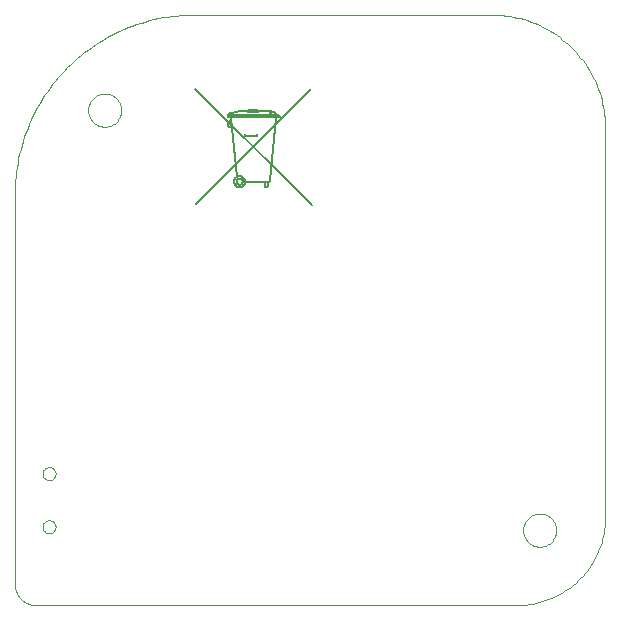
<source format=gbo>
G75*
%MOIN*%
%OFA0B0*%
%FSLAX24Y24*%
%IPPOS*%
%LPD*%
%AMOC8*
5,1,8,0,0,1.08239X$1,22.5*
%
%ADD10C,0.0000*%
%ADD11C,0.0057*%
D10*
X005967Y000887D02*
X005967Y013875D01*
X008416Y016680D02*
X008418Y016727D01*
X008424Y016773D01*
X008434Y016819D01*
X008447Y016864D01*
X008465Y016907D01*
X008486Y016949D01*
X008510Y016989D01*
X008538Y017026D01*
X008569Y017061D01*
X008603Y017094D01*
X008639Y017123D01*
X008678Y017149D01*
X008719Y017172D01*
X008762Y017191D01*
X008806Y017207D01*
X008851Y017219D01*
X008897Y017227D01*
X008944Y017231D01*
X008990Y017231D01*
X009037Y017227D01*
X009083Y017219D01*
X009128Y017207D01*
X009172Y017191D01*
X009215Y017172D01*
X009256Y017149D01*
X009295Y017123D01*
X009331Y017094D01*
X009365Y017061D01*
X009396Y017026D01*
X009424Y016989D01*
X009448Y016949D01*
X009469Y016907D01*
X009487Y016864D01*
X009500Y016819D01*
X009510Y016773D01*
X009516Y016727D01*
X009518Y016680D01*
X009516Y016633D01*
X009510Y016587D01*
X009500Y016541D01*
X009487Y016496D01*
X009469Y016453D01*
X009448Y016411D01*
X009424Y016371D01*
X009396Y016334D01*
X009365Y016299D01*
X009331Y016266D01*
X009295Y016237D01*
X009256Y016211D01*
X009215Y016188D01*
X009172Y016169D01*
X009128Y016153D01*
X009083Y016141D01*
X009037Y016133D01*
X008990Y016129D01*
X008944Y016129D01*
X008897Y016133D01*
X008851Y016141D01*
X008806Y016153D01*
X008762Y016169D01*
X008719Y016188D01*
X008678Y016211D01*
X008639Y016237D01*
X008603Y016266D01*
X008569Y016299D01*
X008538Y016334D01*
X008510Y016371D01*
X008486Y016411D01*
X008465Y016453D01*
X008447Y016496D01*
X008434Y016541D01*
X008424Y016587D01*
X008418Y016633D01*
X008416Y016680D01*
X005967Y013875D02*
X005969Y014027D01*
X005975Y014178D01*
X005984Y014330D01*
X005998Y014481D01*
X006015Y014632D01*
X006036Y014782D01*
X006061Y014932D01*
X006090Y015081D01*
X006122Y015229D01*
X006158Y015376D01*
X006198Y015523D01*
X006242Y015668D01*
X006289Y015812D01*
X006340Y015955D01*
X006394Y016097D01*
X006452Y016237D01*
X006514Y016376D01*
X006579Y016513D01*
X006648Y016648D01*
X006720Y016782D01*
X006795Y016914D01*
X006874Y017043D01*
X006956Y017171D01*
X007041Y017297D01*
X007129Y017420D01*
X007220Y017542D01*
X007315Y017660D01*
X007412Y017777D01*
X007512Y017891D01*
X007615Y018002D01*
X007721Y018111D01*
X007830Y018217D01*
X007941Y018320D01*
X008055Y018420D01*
X008172Y018517D01*
X008290Y018612D01*
X008412Y018703D01*
X008535Y018791D01*
X008661Y018876D01*
X008789Y018958D01*
X008918Y019037D01*
X009050Y019112D01*
X009184Y019184D01*
X009319Y019253D01*
X009456Y019318D01*
X009595Y019380D01*
X009735Y019438D01*
X009877Y019492D01*
X010020Y019543D01*
X010164Y019590D01*
X010309Y019634D01*
X010456Y019674D01*
X010603Y019710D01*
X010751Y019742D01*
X010900Y019771D01*
X011050Y019796D01*
X011200Y019817D01*
X011351Y019834D01*
X011502Y019848D01*
X011654Y019857D01*
X011805Y019863D01*
X011957Y019865D01*
X021855Y019865D01*
X021977Y019863D01*
X022098Y019857D01*
X022220Y019847D01*
X022341Y019834D01*
X022461Y019816D01*
X022581Y019795D01*
X022700Y019770D01*
X022818Y019741D01*
X022935Y019708D01*
X023051Y019672D01*
X023166Y019631D01*
X023280Y019588D01*
X023392Y019540D01*
X023502Y019489D01*
X023611Y019434D01*
X023718Y019376D01*
X023823Y019315D01*
X023926Y019250D01*
X024027Y019182D01*
X024126Y019111D01*
X024222Y019037D01*
X024316Y018959D01*
X024408Y018879D01*
X024497Y018796D01*
X024583Y018710D01*
X024666Y018621D01*
X024746Y018529D01*
X024824Y018435D01*
X024898Y018339D01*
X024969Y018240D01*
X025037Y018139D01*
X025102Y018036D01*
X025163Y017931D01*
X025221Y017824D01*
X025276Y017715D01*
X025327Y017605D01*
X025375Y017493D01*
X025418Y017379D01*
X025459Y017264D01*
X025495Y017148D01*
X025528Y017031D01*
X025557Y016913D01*
X025582Y016794D01*
X025603Y016674D01*
X025621Y016554D01*
X025634Y016433D01*
X025644Y016311D01*
X025650Y016190D01*
X025652Y016068D01*
X025652Y003142D01*
X022916Y002680D02*
X022918Y002727D01*
X022924Y002773D01*
X022934Y002819D01*
X022947Y002864D01*
X022965Y002907D01*
X022986Y002949D01*
X023010Y002989D01*
X023038Y003026D01*
X023069Y003061D01*
X023103Y003094D01*
X023139Y003123D01*
X023178Y003149D01*
X023219Y003172D01*
X023262Y003191D01*
X023306Y003207D01*
X023351Y003219D01*
X023397Y003227D01*
X023444Y003231D01*
X023490Y003231D01*
X023537Y003227D01*
X023583Y003219D01*
X023628Y003207D01*
X023672Y003191D01*
X023715Y003172D01*
X023756Y003149D01*
X023795Y003123D01*
X023831Y003094D01*
X023865Y003061D01*
X023896Y003026D01*
X023924Y002989D01*
X023948Y002949D01*
X023969Y002907D01*
X023987Y002864D01*
X024000Y002819D01*
X024010Y002773D01*
X024016Y002727D01*
X024018Y002680D01*
X024016Y002633D01*
X024010Y002587D01*
X024000Y002541D01*
X023987Y002496D01*
X023969Y002453D01*
X023948Y002411D01*
X023924Y002371D01*
X023896Y002334D01*
X023865Y002299D01*
X023831Y002266D01*
X023795Y002237D01*
X023756Y002211D01*
X023715Y002188D01*
X023672Y002169D01*
X023628Y002153D01*
X023583Y002141D01*
X023537Y002133D01*
X023490Y002129D01*
X023444Y002129D01*
X023397Y002133D01*
X023351Y002141D01*
X023306Y002153D01*
X023262Y002169D01*
X023219Y002188D01*
X023178Y002211D01*
X023139Y002237D01*
X023103Y002266D01*
X023069Y002299D01*
X023038Y002334D01*
X023010Y002371D01*
X022986Y002411D01*
X022965Y002453D01*
X022947Y002496D01*
X022934Y002541D01*
X022924Y002587D01*
X022918Y002633D01*
X022916Y002680D01*
X022690Y000180D02*
X022798Y000182D01*
X022906Y000188D01*
X023014Y000198D01*
X023121Y000212D01*
X023228Y000229D01*
X023334Y000251D01*
X023439Y000276D01*
X023543Y000306D01*
X023646Y000339D01*
X023748Y000375D01*
X023848Y000416D01*
X023947Y000460D01*
X024044Y000508D01*
X024140Y000559D01*
X024233Y000614D01*
X024324Y000672D01*
X024413Y000733D01*
X024500Y000798D01*
X024585Y000865D01*
X024667Y000936D01*
X024746Y001010D01*
X024822Y001086D01*
X024896Y001165D01*
X024967Y001247D01*
X025034Y001332D01*
X025099Y001419D01*
X025160Y001508D01*
X025218Y001599D01*
X025273Y001692D01*
X025324Y001788D01*
X025372Y001885D01*
X025416Y001984D01*
X025457Y002084D01*
X025493Y002186D01*
X025526Y002289D01*
X025556Y002393D01*
X025581Y002498D01*
X025603Y002604D01*
X025620Y002711D01*
X025634Y002818D01*
X025644Y002926D01*
X025650Y003034D01*
X025652Y003142D01*
X022690Y000180D02*
X006674Y000180D01*
X006624Y000182D01*
X006573Y000187D01*
X006524Y000196D01*
X006475Y000209D01*
X006427Y000225D01*
X006380Y000244D01*
X006335Y000266D01*
X006292Y000292D01*
X006250Y000321D01*
X006211Y000353D01*
X006174Y000387D01*
X006140Y000424D01*
X006108Y000463D01*
X006079Y000505D01*
X006053Y000548D01*
X006031Y000593D01*
X006012Y000640D01*
X005996Y000688D01*
X005983Y000737D01*
X005974Y000786D01*
X005969Y000837D01*
X005967Y000887D01*
X006892Y002794D02*
X006894Y002823D01*
X006900Y002851D01*
X006909Y002879D01*
X006922Y002905D01*
X006939Y002928D01*
X006958Y002950D01*
X006980Y002969D01*
X007005Y002984D01*
X007031Y002997D01*
X007059Y003005D01*
X007087Y003010D01*
X007116Y003011D01*
X007145Y003008D01*
X007173Y003001D01*
X007200Y002991D01*
X007226Y002977D01*
X007249Y002960D01*
X007270Y002940D01*
X007288Y002917D01*
X007303Y002892D01*
X007314Y002865D01*
X007322Y002837D01*
X007326Y002808D01*
X007326Y002780D01*
X007322Y002751D01*
X007314Y002723D01*
X007303Y002696D01*
X007288Y002671D01*
X007270Y002648D01*
X007249Y002628D01*
X007226Y002611D01*
X007200Y002597D01*
X007173Y002587D01*
X007145Y002580D01*
X007116Y002577D01*
X007087Y002578D01*
X007059Y002583D01*
X007031Y002591D01*
X007005Y002604D01*
X006980Y002619D01*
X006958Y002638D01*
X006939Y002660D01*
X006922Y002683D01*
X006909Y002709D01*
X006900Y002737D01*
X006894Y002765D01*
X006892Y002794D01*
X006892Y004566D02*
X006894Y004595D01*
X006900Y004623D01*
X006909Y004651D01*
X006922Y004677D01*
X006939Y004700D01*
X006958Y004722D01*
X006980Y004741D01*
X007005Y004756D01*
X007031Y004769D01*
X007059Y004777D01*
X007087Y004782D01*
X007116Y004783D01*
X007145Y004780D01*
X007173Y004773D01*
X007200Y004763D01*
X007226Y004749D01*
X007249Y004732D01*
X007270Y004712D01*
X007288Y004689D01*
X007303Y004664D01*
X007314Y004637D01*
X007322Y004609D01*
X007326Y004580D01*
X007326Y004552D01*
X007322Y004523D01*
X007314Y004495D01*
X007303Y004468D01*
X007288Y004443D01*
X007270Y004420D01*
X007249Y004400D01*
X007226Y004383D01*
X007200Y004369D01*
X007173Y004359D01*
X007145Y004352D01*
X007116Y004349D01*
X007087Y004350D01*
X007059Y004355D01*
X007031Y004363D01*
X007005Y004376D01*
X006980Y004391D01*
X006958Y004410D01*
X006939Y004432D01*
X006922Y004455D01*
X006909Y004481D01*
X006900Y004509D01*
X006894Y004537D01*
X006892Y004566D01*
D11*
X012000Y013540D02*
X015848Y017387D01*
X014487Y016660D02*
X014484Y016625D01*
X014484Y016589D01*
X014487Y016554D01*
X014515Y016547D02*
X014523Y016618D01*
X014523Y016661D02*
X014521Y016668D01*
X014516Y016674D01*
X014509Y016677D01*
X014501Y016677D01*
X014494Y016674D01*
X014489Y016668D01*
X014487Y016661D01*
X014644Y016604D02*
X014656Y016597D01*
X014666Y016587D01*
X014674Y016575D01*
X014679Y016561D01*
X014681Y016547D01*
X014680Y016533D01*
X014672Y016532D02*
X013197Y016532D01*
X013176Y016532D02*
X013174Y016544D01*
X013176Y016556D01*
X013182Y016567D01*
X013190Y016576D01*
X013069Y016511D02*
X013071Y016527D01*
X013077Y016543D01*
X013086Y016557D01*
X013098Y016568D01*
X013112Y016576D01*
X013128Y016581D01*
X013144Y016582D01*
X013160Y016579D01*
X013175Y016572D01*
X013189Y016563D01*
X013199Y016550D01*
X013207Y016535D01*
X013211Y016519D01*
X013211Y016503D01*
X013207Y016487D01*
X013199Y016472D01*
X013189Y016459D01*
X013176Y016450D01*
X013160Y016443D01*
X013144Y016440D01*
X013128Y016441D01*
X013112Y016446D01*
X013098Y016454D01*
X013086Y016465D01*
X013077Y016479D01*
X013071Y016495D01*
X013069Y016511D01*
X013062Y016511D02*
X013062Y016504D01*
X013062Y016511D02*
X014758Y016511D01*
X014765Y016511D01*
X014772Y016511D01*
X014765Y016511D02*
X014758Y016511D01*
X014772Y016511D02*
X014780Y016509D01*
X014787Y016505D01*
X014791Y016498D01*
X014793Y016490D01*
X014793Y016475D01*
X014793Y016454D01*
X014792Y016449D01*
X014789Y016444D01*
X014784Y016441D01*
X014779Y016440D01*
X014665Y016440D01*
X014052Y016440D01*
X013468Y016440D01*
X013126Y016440D01*
X013169Y016433D02*
X013368Y014466D01*
X013361Y014302D02*
X013363Y014322D01*
X013369Y014340D01*
X013378Y014358D01*
X013390Y014373D01*
X013405Y014385D01*
X013423Y014394D01*
X013441Y014400D01*
X013461Y014402D01*
X013481Y014400D01*
X013499Y014394D01*
X013517Y014385D01*
X013532Y014373D01*
X013544Y014358D01*
X013553Y014340D01*
X013559Y014322D01*
X013561Y014302D01*
X013559Y014282D01*
X013553Y014264D01*
X013544Y014246D01*
X013532Y014231D01*
X013517Y014219D01*
X013499Y014210D01*
X013481Y014204D01*
X013461Y014202D01*
X013441Y014204D01*
X013423Y014210D01*
X013405Y014219D01*
X013390Y014231D01*
X013378Y014246D01*
X013369Y014264D01*
X013363Y014282D01*
X013361Y014302D01*
X013276Y014302D02*
X013278Y014329D01*
X013284Y014355D01*
X013293Y014381D01*
X013307Y014404D01*
X013323Y014425D01*
X013343Y014444D01*
X013365Y014460D01*
X013389Y014472D01*
X013414Y014481D01*
X013441Y014486D01*
X013468Y014487D01*
X013495Y014484D01*
X013521Y014477D01*
X013546Y014467D01*
X013569Y014452D01*
X013589Y014435D01*
X013607Y014415D01*
X013622Y014393D01*
X013634Y014368D01*
X013642Y014342D01*
X013646Y014316D01*
X013646Y014288D01*
X013642Y014262D01*
X013634Y014236D01*
X013622Y014211D01*
X013607Y014189D01*
X013589Y014169D01*
X013569Y014152D01*
X013546Y014137D01*
X013521Y014127D01*
X013495Y014120D01*
X013468Y014117D01*
X013441Y014118D01*
X013414Y014123D01*
X013389Y014132D01*
X013365Y014144D01*
X013343Y014160D01*
X013323Y014179D01*
X013307Y014200D01*
X013293Y014223D01*
X013284Y014249D01*
X013278Y014275D01*
X013276Y014302D01*
X013653Y014281D02*
X014373Y014274D01*
X014394Y014260D02*
X014394Y014167D01*
X014393Y014156D01*
X014388Y014146D01*
X014381Y014137D01*
X014373Y014130D01*
X014362Y014125D01*
X014351Y014124D01*
X014337Y014124D01*
X014326Y014126D01*
X014316Y014131D01*
X014308Y014139D01*
X014303Y014149D01*
X014301Y014160D01*
X014302Y014160D02*
X014302Y014260D01*
X014415Y014280D02*
X014430Y014283D01*
X014443Y014290D01*
X014454Y014299D01*
X014463Y014310D01*
X014470Y014323D01*
X014473Y014338D01*
X014679Y016433D01*
X014643Y016604D02*
X014615Y016615D01*
X014587Y016625D01*
X014558Y016632D01*
X014523Y016618D02*
X014524Y016639D01*
X014523Y016660D01*
X014116Y016668D02*
X014081Y016668D01*
X014081Y016689D02*
X014081Y016632D01*
X013753Y016632D01*
X013753Y016689D01*
X014081Y016689D01*
X013746Y016668D02*
X013611Y016661D01*
X013233Y016596D02*
X013218Y016591D01*
X013204Y016584D01*
X013190Y016575D01*
X013062Y016504D02*
X013064Y016490D01*
X013068Y016476D01*
X013076Y016464D01*
X013086Y016454D01*
X013098Y016446D01*
X013112Y016442D01*
X013126Y016440D01*
X013141Y016311D02*
X013155Y016310D01*
X013169Y016311D01*
X013140Y016311D02*
X013126Y016312D01*
X013111Y016310D01*
X013098Y016305D01*
X013086Y016297D01*
X013076Y016287D01*
X013068Y016275D01*
X013064Y016261D01*
X013062Y016247D01*
X013062Y016205D01*
X013064Y016189D01*
X013069Y016174D01*
X013077Y016161D01*
X013089Y016150D01*
X013102Y016141D01*
X013117Y016136D01*
X013133Y016134D01*
X013133Y016133D02*
X013183Y016133D01*
X013639Y015891D02*
X013639Y015841D01*
X013640Y015832D01*
X013645Y015824D01*
X013651Y015818D01*
X013659Y015813D01*
X013668Y015812D01*
X013668Y015813D02*
X014002Y015813D01*
X014013Y015814D01*
X014024Y015819D01*
X014032Y015826D01*
X014039Y015835D01*
X014044Y015845D01*
X014045Y015856D01*
X014045Y015877D01*
X014045Y015898D01*
X014472Y016646D02*
X014515Y016640D01*
X014558Y016632D01*
X013375Y016633D02*
X013327Y016623D01*
X013280Y016611D01*
X013233Y016597D01*
X011986Y017402D02*
X015862Y013526D01*
X014416Y014281D02*
X014395Y014279D01*
X014373Y014274D01*
X014472Y016647D02*
X014384Y016656D01*
X014294Y016663D01*
X014205Y016667D01*
X014116Y016668D01*
X013610Y016661D02*
X013532Y016655D01*
X013453Y016645D01*
X013375Y016632D01*
M02*

</source>
